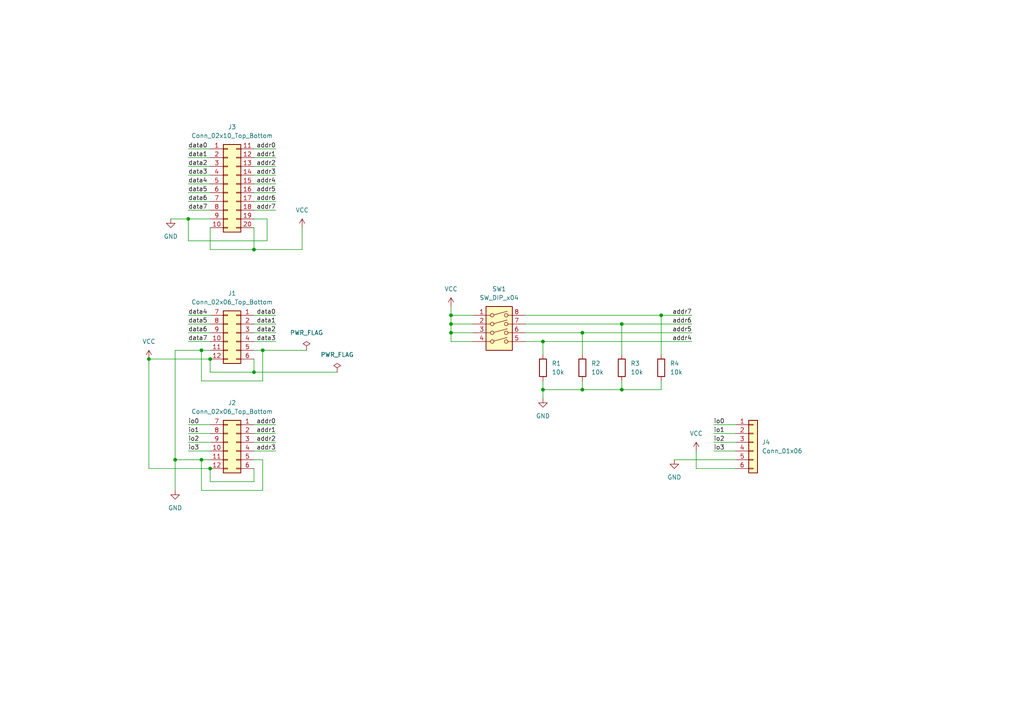
<source format=kicad_sch>
(kicad_sch (version 20211123) (generator eeschema)

  (uuid e63e39d7-6ac0-4ffd-8aa3-1841a4541b55)

  (paper "A4")

  (lib_symbols
    (symbol "Connector_Generic:Conn_01x06" (pin_names (offset 1.016) hide) (in_bom yes) (on_board yes)
      (property "Reference" "J" (id 0) (at 0 7.62 0)
        (effects (font (size 1.27 1.27)))
      )
      (property "Value" "Conn_01x06" (id 1) (at 0 -10.16 0)
        (effects (font (size 1.27 1.27)))
      )
      (property "Footprint" "" (id 2) (at 0 0 0)
        (effects (font (size 1.27 1.27)) hide)
      )
      (property "Datasheet" "~" (id 3) (at 0 0 0)
        (effects (font (size 1.27 1.27)) hide)
      )
      (property "ki_keywords" "connector" (id 4) (at 0 0 0)
        (effects (font (size 1.27 1.27)) hide)
      )
      (property "ki_description" "Generic connector, single row, 01x06, script generated (kicad-library-utils/schlib/autogen/connector/)" (id 5) (at 0 0 0)
        (effects (font (size 1.27 1.27)) hide)
      )
      (property "ki_fp_filters" "Connector*:*_1x??_*" (id 6) (at 0 0 0)
        (effects (font (size 1.27 1.27)) hide)
      )
      (symbol "Conn_01x06_1_1"
        (rectangle (start -1.27 -7.493) (end 0 -7.747)
          (stroke (width 0.1524) (type default) (color 0 0 0 0))
          (fill (type none))
        )
        (rectangle (start -1.27 -4.953) (end 0 -5.207)
          (stroke (width 0.1524) (type default) (color 0 0 0 0))
          (fill (type none))
        )
        (rectangle (start -1.27 -2.413) (end 0 -2.667)
          (stroke (width 0.1524) (type default) (color 0 0 0 0))
          (fill (type none))
        )
        (rectangle (start -1.27 0.127) (end 0 -0.127)
          (stroke (width 0.1524) (type default) (color 0 0 0 0))
          (fill (type none))
        )
        (rectangle (start -1.27 2.667) (end 0 2.413)
          (stroke (width 0.1524) (type default) (color 0 0 0 0))
          (fill (type none))
        )
        (rectangle (start -1.27 5.207) (end 0 4.953)
          (stroke (width 0.1524) (type default) (color 0 0 0 0))
          (fill (type none))
        )
        (rectangle (start -1.27 6.35) (end 1.27 -8.89)
          (stroke (width 0.254) (type default) (color 0 0 0 0))
          (fill (type background))
        )
        (pin passive line (at -5.08 5.08 0) (length 3.81)
          (name "Pin_1" (effects (font (size 1.27 1.27))))
          (number "1" (effects (font (size 1.27 1.27))))
        )
        (pin passive line (at -5.08 2.54 0) (length 3.81)
          (name "Pin_2" (effects (font (size 1.27 1.27))))
          (number "2" (effects (font (size 1.27 1.27))))
        )
        (pin passive line (at -5.08 0 0) (length 3.81)
          (name "Pin_3" (effects (font (size 1.27 1.27))))
          (number "3" (effects (font (size 1.27 1.27))))
        )
        (pin passive line (at -5.08 -2.54 0) (length 3.81)
          (name "Pin_4" (effects (font (size 1.27 1.27))))
          (number "4" (effects (font (size 1.27 1.27))))
        )
        (pin passive line (at -5.08 -5.08 0) (length 3.81)
          (name "Pin_5" (effects (font (size 1.27 1.27))))
          (number "5" (effects (font (size 1.27 1.27))))
        )
        (pin passive line (at -5.08 -7.62 0) (length 3.81)
          (name "Pin_6" (effects (font (size 1.27 1.27))))
          (number "6" (effects (font (size 1.27 1.27))))
        )
      )
    )
    (symbol "Connector_Generic:Conn_02x06_Top_Bottom" (pin_names (offset 1.016) hide) (in_bom yes) (on_board yes)
      (property "Reference" "J" (id 0) (at 1.27 7.62 0)
        (effects (font (size 1.27 1.27)))
      )
      (property "Value" "Conn_02x06_Top_Bottom" (id 1) (at 1.27 -10.16 0)
        (effects (font (size 1.27 1.27)))
      )
      (property "Footprint" "" (id 2) (at 0 0 0)
        (effects (font (size 1.27 1.27)) hide)
      )
      (property "Datasheet" "~" (id 3) (at 0 0 0)
        (effects (font (size 1.27 1.27)) hide)
      )
      (property "ki_keywords" "connector" (id 4) (at 0 0 0)
        (effects (font (size 1.27 1.27)) hide)
      )
      (property "ki_description" "Generic connector, double row, 02x06, top/bottom pin numbering scheme (row 1: 1...pins_per_row, row2: pins_per_row+1 ... num_pins), script generated (kicad-library-utils/schlib/autogen/connector/)" (id 5) (at 0 0 0)
        (effects (font (size 1.27 1.27)) hide)
      )
      (property "ki_fp_filters" "Connector*:*_2x??_*" (id 6) (at 0 0 0)
        (effects (font (size 1.27 1.27)) hide)
      )
      (symbol "Conn_02x06_Top_Bottom_1_1"
        (rectangle (start -1.27 -7.493) (end 0 -7.747)
          (stroke (width 0.1524) (type default) (color 0 0 0 0))
          (fill (type none))
        )
        (rectangle (start -1.27 -4.953) (end 0 -5.207)
          (stroke (width 0.1524) (type default) (color 0 0 0 0))
          (fill (type none))
        )
        (rectangle (start -1.27 -2.413) (end 0 -2.667)
          (stroke (width 0.1524) (type default) (color 0 0 0 0))
          (fill (type none))
        )
        (rectangle (start -1.27 0.127) (end 0 -0.127)
          (stroke (width 0.1524) (type default) (color 0 0 0 0))
          (fill (type none))
        )
        (rectangle (start -1.27 2.667) (end 0 2.413)
          (stroke (width 0.1524) (type default) (color 0 0 0 0))
          (fill (type none))
        )
        (rectangle (start -1.27 5.207) (end 0 4.953)
          (stroke (width 0.1524) (type default) (color 0 0 0 0))
          (fill (type none))
        )
        (rectangle (start -1.27 6.35) (end 3.81 -8.89)
          (stroke (width 0.254) (type default) (color 0 0 0 0))
          (fill (type background))
        )
        (rectangle (start 3.81 -7.493) (end 2.54 -7.747)
          (stroke (width 0.1524) (type default) (color 0 0 0 0))
          (fill (type none))
        )
        (rectangle (start 3.81 -4.953) (end 2.54 -5.207)
          (stroke (width 0.1524) (type default) (color 0 0 0 0))
          (fill (type none))
        )
        (rectangle (start 3.81 -2.413) (end 2.54 -2.667)
          (stroke (width 0.1524) (type default) (color 0 0 0 0))
          (fill (type none))
        )
        (rectangle (start 3.81 0.127) (end 2.54 -0.127)
          (stroke (width 0.1524) (type default) (color 0 0 0 0))
          (fill (type none))
        )
        (rectangle (start 3.81 2.667) (end 2.54 2.413)
          (stroke (width 0.1524) (type default) (color 0 0 0 0))
          (fill (type none))
        )
        (rectangle (start 3.81 5.207) (end 2.54 4.953)
          (stroke (width 0.1524) (type default) (color 0 0 0 0))
          (fill (type none))
        )
        (pin passive line (at -5.08 5.08 0) (length 3.81)
          (name "Pin_1" (effects (font (size 1.27 1.27))))
          (number "1" (effects (font (size 1.27 1.27))))
        )
        (pin passive line (at 7.62 -2.54 180) (length 3.81)
          (name "Pin_10" (effects (font (size 1.27 1.27))))
          (number "10" (effects (font (size 1.27 1.27))))
        )
        (pin passive line (at 7.62 -5.08 180) (length 3.81)
          (name "Pin_11" (effects (font (size 1.27 1.27))))
          (number "11" (effects (font (size 1.27 1.27))))
        )
        (pin passive line (at 7.62 -7.62 180) (length 3.81)
          (name "Pin_12" (effects (font (size 1.27 1.27))))
          (number "12" (effects (font (size 1.27 1.27))))
        )
        (pin passive line (at -5.08 2.54 0) (length 3.81)
          (name "Pin_2" (effects (font (size 1.27 1.27))))
          (number "2" (effects (font (size 1.27 1.27))))
        )
        (pin passive line (at -5.08 0 0) (length 3.81)
          (name "Pin_3" (effects (font (size 1.27 1.27))))
          (number "3" (effects (font (size 1.27 1.27))))
        )
        (pin passive line (at -5.08 -2.54 0) (length 3.81)
          (name "Pin_4" (effects (font (size 1.27 1.27))))
          (number "4" (effects (font (size 1.27 1.27))))
        )
        (pin passive line (at -5.08 -5.08 0) (length 3.81)
          (name "Pin_5" (effects (font (size 1.27 1.27))))
          (number "5" (effects (font (size 1.27 1.27))))
        )
        (pin passive line (at -5.08 -7.62 0) (length 3.81)
          (name "Pin_6" (effects (font (size 1.27 1.27))))
          (number "6" (effects (font (size 1.27 1.27))))
        )
        (pin passive line (at 7.62 5.08 180) (length 3.81)
          (name "Pin_7" (effects (font (size 1.27 1.27))))
          (number "7" (effects (font (size 1.27 1.27))))
        )
        (pin passive line (at 7.62 2.54 180) (length 3.81)
          (name "Pin_8" (effects (font (size 1.27 1.27))))
          (number "8" (effects (font (size 1.27 1.27))))
        )
        (pin passive line (at 7.62 0 180) (length 3.81)
          (name "Pin_9" (effects (font (size 1.27 1.27))))
          (number "9" (effects (font (size 1.27 1.27))))
        )
      )
    )
    (symbol "Connector_Generic:Conn_02x10_Top_Bottom" (pin_names (offset 1.016) hide) (in_bom yes) (on_board yes)
      (property "Reference" "J" (id 0) (at 1.27 12.7 0)
        (effects (font (size 1.27 1.27)))
      )
      (property "Value" "Conn_02x10_Top_Bottom" (id 1) (at 1.27 -15.24 0)
        (effects (font (size 1.27 1.27)))
      )
      (property "Footprint" "" (id 2) (at 0 0 0)
        (effects (font (size 1.27 1.27)) hide)
      )
      (property "Datasheet" "~" (id 3) (at 0 0 0)
        (effects (font (size 1.27 1.27)) hide)
      )
      (property "ki_keywords" "connector" (id 4) (at 0 0 0)
        (effects (font (size 1.27 1.27)) hide)
      )
      (property "ki_description" "Generic connector, double row, 02x10, top/bottom pin numbering scheme (row 1: 1...pins_per_row, row2: pins_per_row+1 ... num_pins), script generated (kicad-library-utils/schlib/autogen/connector/)" (id 5) (at 0 0 0)
        (effects (font (size 1.27 1.27)) hide)
      )
      (property "ki_fp_filters" "Connector*:*_2x??_*" (id 6) (at 0 0 0)
        (effects (font (size 1.27 1.27)) hide)
      )
      (symbol "Conn_02x10_Top_Bottom_1_1"
        (rectangle (start -1.27 -12.573) (end 0 -12.827)
          (stroke (width 0.1524) (type default) (color 0 0 0 0))
          (fill (type none))
        )
        (rectangle (start -1.27 -10.033) (end 0 -10.287)
          (stroke (width 0.1524) (type default) (color 0 0 0 0))
          (fill (type none))
        )
        (rectangle (start -1.27 -7.493) (end 0 -7.747)
          (stroke (width 0.1524) (type default) (color 0 0 0 0))
          (fill (type none))
        )
        (rectangle (start -1.27 -4.953) (end 0 -5.207)
          (stroke (width 0.1524) (type default) (color 0 0 0 0))
          (fill (type none))
        )
        (rectangle (start -1.27 -2.413) (end 0 -2.667)
          (stroke (width 0.1524) (type default) (color 0 0 0 0))
          (fill (type none))
        )
        (rectangle (start -1.27 0.127) (end 0 -0.127)
          (stroke (width 0.1524) (type default) (color 0 0 0 0))
          (fill (type none))
        )
        (rectangle (start -1.27 2.667) (end 0 2.413)
          (stroke (width 0.1524) (type default) (color 0 0 0 0))
          (fill (type none))
        )
        (rectangle (start -1.27 5.207) (end 0 4.953)
          (stroke (width 0.1524) (type default) (color 0 0 0 0))
          (fill (type none))
        )
        (rectangle (start -1.27 7.747) (end 0 7.493)
          (stroke (width 0.1524) (type default) (color 0 0 0 0))
          (fill (type none))
        )
        (rectangle (start -1.27 10.287) (end 0 10.033)
          (stroke (width 0.1524) (type default) (color 0 0 0 0))
          (fill (type none))
        )
        (rectangle (start -1.27 11.43) (end 3.81 -13.97)
          (stroke (width 0.254) (type default) (color 0 0 0 0))
          (fill (type background))
        )
        (rectangle (start 3.81 -12.573) (end 2.54 -12.827)
          (stroke (width 0.1524) (type default) (color 0 0 0 0))
          (fill (type none))
        )
        (rectangle (start 3.81 -10.033) (end 2.54 -10.287)
          (stroke (width 0.1524) (type default) (color 0 0 0 0))
          (fill (type none))
        )
        (rectangle (start 3.81 -7.493) (end 2.54 -7.747)
          (stroke (width 0.1524) (type default) (color 0 0 0 0))
          (fill (type none))
        )
        (rectangle (start 3.81 -4.953) (end 2.54 -5.207)
          (stroke (width 0.1524) (type default) (color 0 0 0 0))
          (fill (type none))
        )
        (rectangle (start 3.81 -2.413) (end 2.54 -2.667)
          (stroke (width 0.1524) (type default) (color 0 0 0 0))
          (fill (type none))
        )
        (rectangle (start 3.81 0.127) (end 2.54 -0.127)
          (stroke (width 0.1524) (type default) (color 0 0 0 0))
          (fill (type none))
        )
        (rectangle (start 3.81 2.667) (end 2.54 2.413)
          (stroke (width 0.1524) (type default) (color 0 0 0 0))
          (fill (type none))
        )
        (rectangle (start 3.81 5.207) (end 2.54 4.953)
          (stroke (width 0.1524) (type default) (color 0 0 0 0))
          (fill (type none))
        )
        (rectangle (start 3.81 7.747) (end 2.54 7.493)
          (stroke (width 0.1524) (type default) (color 0 0 0 0))
          (fill (type none))
        )
        (rectangle (start 3.81 10.287) (end 2.54 10.033)
          (stroke (width 0.1524) (type default) (color 0 0 0 0))
          (fill (type none))
        )
        (pin passive line (at -5.08 10.16 0) (length 3.81)
          (name "Pin_1" (effects (font (size 1.27 1.27))))
          (number "1" (effects (font (size 1.27 1.27))))
        )
        (pin passive line (at -5.08 -12.7 0) (length 3.81)
          (name "Pin_10" (effects (font (size 1.27 1.27))))
          (number "10" (effects (font (size 1.27 1.27))))
        )
        (pin passive line (at 7.62 10.16 180) (length 3.81)
          (name "Pin_11" (effects (font (size 1.27 1.27))))
          (number "11" (effects (font (size 1.27 1.27))))
        )
        (pin passive line (at 7.62 7.62 180) (length 3.81)
          (name "Pin_12" (effects (font (size 1.27 1.27))))
          (number "12" (effects (font (size 1.27 1.27))))
        )
        (pin passive line (at 7.62 5.08 180) (length 3.81)
          (name "Pin_13" (effects (font (size 1.27 1.27))))
          (number "13" (effects (font (size 1.27 1.27))))
        )
        (pin passive line (at 7.62 2.54 180) (length 3.81)
          (name "Pin_14" (effects (font (size 1.27 1.27))))
          (number "14" (effects (font (size 1.27 1.27))))
        )
        (pin passive line (at 7.62 0 180) (length 3.81)
          (name "Pin_15" (effects (font (size 1.27 1.27))))
          (number "15" (effects (font (size 1.27 1.27))))
        )
        (pin passive line (at 7.62 -2.54 180) (length 3.81)
          (name "Pin_16" (effects (font (size 1.27 1.27))))
          (number "16" (effects (font (size 1.27 1.27))))
        )
        (pin passive line (at 7.62 -5.08 180) (length 3.81)
          (name "Pin_17" (effects (font (size 1.27 1.27))))
          (number "17" (effects (font (size 1.27 1.27))))
        )
        (pin passive line (at 7.62 -7.62 180) (length 3.81)
          (name "Pin_18" (effects (font (size 1.27 1.27))))
          (number "18" (effects (font (size 1.27 1.27))))
        )
        (pin passive line (at 7.62 -10.16 180) (length 3.81)
          (name "Pin_19" (effects (font (size 1.27 1.27))))
          (number "19" (effects (font (size 1.27 1.27))))
        )
        (pin passive line (at -5.08 7.62 0) (length 3.81)
          (name "Pin_2" (effects (font (size 1.27 1.27))))
          (number "2" (effects (font (size 1.27 1.27))))
        )
        (pin passive line (at 7.62 -12.7 180) (length 3.81)
          (name "Pin_20" (effects (font (size 1.27 1.27))))
          (number "20" (effects (font (size 1.27 1.27))))
        )
        (pin passive line (at -5.08 5.08 0) (length 3.81)
          (name "Pin_3" (effects (font (size 1.27 1.27))))
          (number "3" (effects (font (size 1.27 1.27))))
        )
        (pin passive line (at -5.08 2.54 0) (length 3.81)
          (name "Pin_4" (effects (font (size 1.27 1.27))))
          (number "4" (effects (font (size 1.27 1.27))))
        )
        (pin passive line (at -5.08 0 0) (length 3.81)
          (name "Pin_5" (effects (font (size 1.27 1.27))))
          (number "5" (effects (font (size 1.27 1.27))))
        )
        (pin passive line (at -5.08 -2.54 0) (length 3.81)
          (name "Pin_6" (effects (font (size 1.27 1.27))))
          (number "6" (effects (font (size 1.27 1.27))))
        )
        (pin passive line (at -5.08 -5.08 0) (length 3.81)
          (name "Pin_7" (effects (font (size 1.27 1.27))))
          (number "7" (effects (font (size 1.27 1.27))))
        )
        (pin passive line (at -5.08 -7.62 0) (length 3.81)
          (name "Pin_8" (effects (font (size 1.27 1.27))))
          (number "8" (effects (font (size 1.27 1.27))))
        )
        (pin passive line (at -5.08 -10.16 0) (length 3.81)
          (name "Pin_9" (effects (font (size 1.27 1.27))))
          (number "9" (effects (font (size 1.27 1.27))))
        )
      )
    )
    (symbol "Device:R" (pin_numbers hide) (pin_names (offset 0)) (in_bom yes) (on_board yes)
      (property "Reference" "R" (id 0) (at 2.032 0 90)
        (effects (font (size 1.27 1.27)))
      )
      (property "Value" "R" (id 1) (at 0 0 90)
        (effects (font (size 1.27 1.27)))
      )
      (property "Footprint" "" (id 2) (at -1.778 0 90)
        (effects (font (size 1.27 1.27)) hide)
      )
      (property "Datasheet" "~" (id 3) (at 0 0 0)
        (effects (font (size 1.27 1.27)) hide)
      )
      (property "ki_keywords" "R res resistor" (id 4) (at 0 0 0)
        (effects (font (size 1.27 1.27)) hide)
      )
      (property "ki_description" "Resistor" (id 5) (at 0 0 0)
        (effects (font (size 1.27 1.27)) hide)
      )
      (property "ki_fp_filters" "R_*" (id 6) (at 0 0 0)
        (effects (font (size 1.27 1.27)) hide)
      )
      (symbol "R_0_1"
        (rectangle (start -1.016 -2.54) (end 1.016 2.54)
          (stroke (width 0.254) (type default) (color 0 0 0 0))
          (fill (type none))
        )
      )
      (symbol "R_1_1"
        (pin passive line (at 0 3.81 270) (length 1.27)
          (name "~" (effects (font (size 1.27 1.27))))
          (number "1" (effects (font (size 1.27 1.27))))
        )
        (pin passive line (at 0 -3.81 90) (length 1.27)
          (name "~" (effects (font (size 1.27 1.27))))
          (number "2" (effects (font (size 1.27 1.27))))
        )
      )
    )
    (symbol "Switch:SW_DIP_x04" (pin_names (offset 0) hide) (in_bom yes) (on_board yes)
      (property "Reference" "SW" (id 0) (at 0 8.89 0)
        (effects (font (size 1.27 1.27)))
      )
      (property "Value" "SW_DIP_x04" (id 1) (at 0 -6.35 0)
        (effects (font (size 1.27 1.27)))
      )
      (property "Footprint" "" (id 2) (at 0 0 0)
        (effects (font (size 1.27 1.27)) hide)
      )
      (property "Datasheet" "~" (id 3) (at 0 0 0)
        (effects (font (size 1.27 1.27)) hide)
      )
      (property "ki_keywords" "dip switch" (id 4) (at 0 0 0)
        (effects (font (size 1.27 1.27)) hide)
      )
      (property "ki_description" "4x DIP Switch, Single Pole Single Throw (SPST) switch, small symbol" (id 5) (at 0 0 0)
        (effects (font (size 1.27 1.27)) hide)
      )
      (property "ki_fp_filters" "SW?DIP?x4*" (id 6) (at 0 0 0)
        (effects (font (size 1.27 1.27)) hide)
      )
      (symbol "SW_DIP_x04_0_0"
        (circle (center -2.032 -2.54) (radius 0.508)
          (stroke (width 0) (type default) (color 0 0 0 0))
          (fill (type none))
        )
        (circle (center -2.032 0) (radius 0.508)
          (stroke (width 0) (type default) (color 0 0 0 0))
          (fill (type none))
        )
        (circle (center -2.032 2.54) (radius 0.508)
          (stroke (width 0) (type default) (color 0 0 0 0))
          (fill (type none))
        )
        (circle (center -2.032 5.08) (radius 0.508)
          (stroke (width 0) (type default) (color 0 0 0 0))
          (fill (type none))
        )
        (polyline
          (pts
            (xy -1.524 -2.3876)
            (xy 2.3622 -1.3462)
          )
          (stroke (width 0) (type default) (color 0 0 0 0))
          (fill (type none))
        )
        (polyline
          (pts
            (xy -1.524 0.127)
            (xy 2.3622 1.1684)
          )
          (stroke (width 0) (type default) (color 0 0 0 0))
          (fill (type none))
        )
        (polyline
          (pts
            (xy -1.524 2.667)
            (xy 2.3622 3.7084)
          )
          (stroke (width 0) (type default) (color 0 0 0 0))
          (fill (type none))
        )
        (polyline
          (pts
            (xy -1.524 5.207)
            (xy 2.3622 6.2484)
          )
          (stroke (width 0) (type default) (color 0 0 0 0))
          (fill (type none))
        )
        (circle (center 2.032 -2.54) (radius 0.508)
          (stroke (width 0) (type default) (color 0 0 0 0))
          (fill (type none))
        )
        (circle (center 2.032 0) (radius 0.508)
          (stroke (width 0) (type default) (color 0 0 0 0))
          (fill (type none))
        )
        (circle (center 2.032 2.54) (radius 0.508)
          (stroke (width 0) (type default) (color 0 0 0 0))
          (fill (type none))
        )
        (circle (center 2.032 5.08) (radius 0.508)
          (stroke (width 0) (type default) (color 0 0 0 0))
          (fill (type none))
        )
      )
      (symbol "SW_DIP_x04_0_1"
        (rectangle (start -3.81 7.62) (end 3.81 -5.08)
          (stroke (width 0.254) (type default) (color 0 0 0 0))
          (fill (type background))
        )
      )
      (symbol "SW_DIP_x04_1_1"
        (pin passive line (at -7.62 5.08 0) (length 5.08)
          (name "~" (effects (font (size 1.27 1.27))))
          (number "1" (effects (font (size 1.27 1.27))))
        )
        (pin passive line (at -7.62 2.54 0) (length 5.08)
          (name "~" (effects (font (size 1.27 1.27))))
          (number "2" (effects (font (size 1.27 1.27))))
        )
        (pin passive line (at -7.62 0 0) (length 5.08)
          (name "~" (effects (font (size 1.27 1.27))))
          (number "3" (effects (font (size 1.27 1.27))))
        )
        (pin passive line (at -7.62 -2.54 0) (length 5.08)
          (name "~" (effects (font (size 1.27 1.27))))
          (number "4" (effects (font (size 1.27 1.27))))
        )
        (pin passive line (at 7.62 -2.54 180) (length 5.08)
          (name "~" (effects (font (size 1.27 1.27))))
          (number "5" (effects (font (size 1.27 1.27))))
        )
        (pin passive line (at 7.62 0 180) (length 5.08)
          (name "~" (effects (font (size 1.27 1.27))))
          (number "6" (effects (font (size 1.27 1.27))))
        )
        (pin passive line (at 7.62 2.54 180) (length 5.08)
          (name "~" (effects (font (size 1.27 1.27))))
          (number "7" (effects (font (size 1.27 1.27))))
        )
        (pin passive line (at 7.62 5.08 180) (length 5.08)
          (name "~" (effects (font (size 1.27 1.27))))
          (number "8" (effects (font (size 1.27 1.27))))
        )
      )
    )
    (symbol "power:GND" (power) (pin_names (offset 0)) (in_bom yes) (on_board yes)
      (property "Reference" "#PWR" (id 0) (at 0 -6.35 0)
        (effects (font (size 1.27 1.27)) hide)
      )
      (property "Value" "GND" (id 1) (at 0 -3.81 0)
        (effects (font (size 1.27 1.27)))
      )
      (property "Footprint" "" (id 2) (at 0 0 0)
        (effects (font (size 1.27 1.27)) hide)
      )
      (property "Datasheet" "" (id 3) (at 0 0 0)
        (effects (font (size 1.27 1.27)) hide)
      )
      (property "ki_keywords" "power-flag" (id 4) (at 0 0 0)
        (effects (font (size 1.27 1.27)) hide)
      )
      (property "ki_description" "Power symbol creates a global label with name \"GND\" , ground" (id 5) (at 0 0 0)
        (effects (font (size 1.27 1.27)) hide)
      )
      (symbol "GND_0_1"
        (polyline
          (pts
            (xy 0 0)
            (xy 0 -1.27)
            (xy 1.27 -1.27)
            (xy 0 -2.54)
            (xy -1.27 -1.27)
            (xy 0 -1.27)
          )
          (stroke (width 0) (type default) (color 0 0 0 0))
          (fill (type none))
        )
      )
      (symbol "GND_1_1"
        (pin power_in line (at 0 0 270) (length 0) hide
          (name "GND" (effects (font (size 1.27 1.27))))
          (number "1" (effects (font (size 1.27 1.27))))
        )
      )
    )
    (symbol "power:PWR_FLAG" (power) (pin_numbers hide) (pin_names (offset 0) hide) (in_bom yes) (on_board yes)
      (property "Reference" "#FLG" (id 0) (at 0 1.905 0)
        (effects (font (size 1.27 1.27)) hide)
      )
      (property "Value" "PWR_FLAG" (id 1) (at 0 3.81 0)
        (effects (font (size 1.27 1.27)))
      )
      (property "Footprint" "" (id 2) (at 0 0 0)
        (effects (font (size 1.27 1.27)) hide)
      )
      (property "Datasheet" "~" (id 3) (at 0 0 0)
        (effects (font (size 1.27 1.27)) hide)
      )
      (property "ki_keywords" "power-flag" (id 4) (at 0 0 0)
        (effects (font (size 1.27 1.27)) hide)
      )
      (property "ki_description" "Special symbol for telling ERC where power comes from" (id 5) (at 0 0 0)
        (effects (font (size 1.27 1.27)) hide)
      )
      (symbol "PWR_FLAG_0_0"
        (pin power_out line (at 0 0 90) (length 0)
          (name "pwr" (effects (font (size 1.27 1.27))))
          (number "1" (effects (font (size 1.27 1.27))))
        )
      )
      (symbol "PWR_FLAG_0_1"
        (polyline
          (pts
            (xy 0 0)
            (xy 0 1.27)
            (xy -1.016 1.905)
            (xy 0 2.54)
            (xy 1.016 1.905)
            (xy 0 1.27)
          )
          (stroke (width 0) (type default) (color 0 0 0 0))
          (fill (type none))
        )
      )
    )
    (symbol "power:VCC" (power) (pin_names (offset 0)) (in_bom yes) (on_board yes)
      (property "Reference" "#PWR" (id 0) (at 0 -3.81 0)
        (effects (font (size 1.27 1.27)) hide)
      )
      (property "Value" "VCC" (id 1) (at 0 3.81 0)
        (effects (font (size 1.27 1.27)))
      )
      (property "Footprint" "" (id 2) (at 0 0 0)
        (effects (font (size 1.27 1.27)) hide)
      )
      (property "Datasheet" "" (id 3) (at 0 0 0)
        (effects (font (size 1.27 1.27)) hide)
      )
      (property "ki_keywords" "power-flag" (id 4) (at 0 0 0)
        (effects (font (size 1.27 1.27)) hide)
      )
      (property "ki_description" "Power symbol creates a global label with name \"VCC\"" (id 5) (at 0 0 0)
        (effects (font (size 1.27 1.27)) hide)
      )
      (symbol "VCC_0_1"
        (polyline
          (pts
            (xy -0.762 1.27)
            (xy 0 2.54)
          )
          (stroke (width 0) (type default) (color 0 0 0 0))
          (fill (type none))
        )
        (polyline
          (pts
            (xy 0 0)
            (xy 0 2.54)
          )
          (stroke (width 0) (type default) (color 0 0 0 0))
          (fill (type none))
        )
        (polyline
          (pts
            (xy 0 2.54)
            (xy 0.762 1.27)
          )
          (stroke (width 0) (type default) (color 0 0 0 0))
          (fill (type none))
        )
      )
      (symbol "VCC_1_1"
        (pin power_in line (at 0 0 90) (length 0) hide
          (name "VCC" (effects (font (size 1.27 1.27))))
          (number "1" (effects (font (size 1.27 1.27))))
        )
      )
    )
  )

  (junction (at 60.96 104.14) (diameter 0) (color 0 0 0 0)
    (uuid 005ca83f-6d02-42a9-b2ed-ec9ac12507b3)
  )
  (junction (at 130.81 96.52) (diameter 0) (color 0 0 0 0)
    (uuid 23edb3a2-2d08-4485-b611-b410514de126)
  )
  (junction (at 60.96 135.89) (diameter 0) (color 0 0 0 0)
    (uuid 2f7bcf57-a646-4a1a-9aac-ec3520991d69)
  )
  (junction (at 58.42 101.6) (diameter 0) (color 0 0 0 0)
    (uuid 4371906a-9ae2-4865-b094-38b5fce6bf68)
  )
  (junction (at 50.8 133.35) (diameter 0) (color 0 0 0 0)
    (uuid 5663f4e6-7736-41d8-94d8-3b53c4a88e65)
  )
  (junction (at 54.61 63.5) (diameter 0) (color 0 0 0 0)
    (uuid 62df84d3-d6e8-4be9-a0b1-7b273466b698)
  )
  (junction (at 76.2 101.6) (diameter 0) (color 0 0 0 0)
    (uuid 737e727c-5d8a-45c2-a7bd-4f6bf7fa361a)
  )
  (junction (at 168.91 96.52) (diameter 0) (color 0 0 0 0)
    (uuid 776e66a8-e591-44d1-90bc-eb44b994f088)
  )
  (junction (at 157.48 113.03) (diameter 0) (color 0 0 0 0)
    (uuid 7e18ac52-a131-4062-aef6-5ecb1f2a958b)
  )
  (junction (at 73.66 107.95) (diameter 0) (color 0 0 0 0)
    (uuid 8299a198-46bb-4cf1-b360-f5ebb46e40f8)
  )
  (junction (at 130.81 91.44) (diameter 0) (color 0 0 0 0)
    (uuid 93e25406-e15b-409a-8a3b-26e767049f9d)
  )
  (junction (at 130.81 93.98) (diameter 0) (color 0 0 0 0)
    (uuid a2339edd-2e2c-476d-9c1f-5e2008a41025)
  )
  (junction (at 168.91 113.03) (diameter 0) (color 0 0 0 0)
    (uuid a79c1d38-64a3-45f9-8914-483eb10099cb)
  )
  (junction (at 43.18 104.14) (diameter 0) (color 0 0 0 0)
    (uuid b6070c0e-7e73-4595-93dc-49c322f5b232)
  )
  (junction (at 58.42 133.35) (diameter 0) (color 0 0 0 0)
    (uuid b97fd0b2-cca4-478b-8fd7-1676e2bcd355)
  )
  (junction (at 157.48 99.06) (diameter 0) (color 0 0 0 0)
    (uuid df1a4d72-9834-4e7e-8458-504893047af9)
  )
  (junction (at 73.66 72.39) (diameter 0) (color 0 0 0 0)
    (uuid e4aeed4d-9f68-40be-a729-5a5067b63aa9)
  )
  (junction (at 191.77 91.44) (diameter 0) (color 0 0 0 0)
    (uuid f051cbc5-e7d7-4335-a1bb-0eeb45bc88a8)
  )
  (junction (at 180.34 113.03) (diameter 0) (color 0 0 0 0)
    (uuid f9e58e4b-3a2a-44d4-8387-8ad21106302f)
  )
  (junction (at 180.34 93.98) (diameter 0) (color 0 0 0 0)
    (uuid fbf5d368-584d-48e0-99db-d16acdb2f83d)
  )

  (wire (pts (xy 207.01 128.27) (xy 213.36 128.27))
    (stroke (width 0) (type default) (color 0 0 0 0))
    (uuid 01853554-0b48-41f1-b7a6-006d02fe0a2d)
  )
  (wire (pts (xy 152.4 91.44) (xy 191.77 91.44))
    (stroke (width 0) (type default) (color 0 0 0 0))
    (uuid 03f79986-92c2-410c-8aa8-dbaeb54e0394)
  )
  (wire (pts (xy 54.61 123.19) (xy 60.96 123.19))
    (stroke (width 0) (type default) (color 0 0 0 0))
    (uuid 0471f253-a72b-4ea7-b6f0-5ec6d893951b)
  )
  (wire (pts (xy 130.81 88.9) (xy 130.81 91.44))
    (stroke (width 0) (type default) (color 0 0 0 0))
    (uuid 04b59968-7a05-4d69-bb25-b546d73a2e96)
  )
  (wire (pts (xy 73.66 55.88) (xy 80.01 55.88))
    (stroke (width 0) (type default) (color 0 0 0 0))
    (uuid 0554779d-8a3f-4703-963a-3a6d1e0fe767)
  )
  (wire (pts (xy 54.61 96.52) (xy 60.96 96.52))
    (stroke (width 0) (type default) (color 0 0 0 0))
    (uuid 067063ef-affc-4d22-8463-eb3e4abccdc8)
  )
  (wire (pts (xy 54.61 63.5) (xy 60.96 63.5))
    (stroke (width 0) (type default) (color 0 0 0 0))
    (uuid 06dfd5f2-01ef-435d-8e30-6cfe8de1dac2)
  )
  (wire (pts (xy 191.77 113.03) (xy 191.77 110.49))
    (stroke (width 0) (type default) (color 0 0 0 0))
    (uuid 074ab570-0127-4286-ab58-a4420a2c39ad)
  )
  (wire (pts (xy 73.66 123.19) (xy 80.01 123.19))
    (stroke (width 0) (type default) (color 0 0 0 0))
    (uuid 09e82824-8254-4c42-b691-7ddfec98b028)
  )
  (wire (pts (xy 130.81 96.52) (xy 137.16 96.52))
    (stroke (width 0) (type default) (color 0 0 0 0))
    (uuid 0c922188-5bf1-4230-b776-cf951d7a58b3)
  )
  (wire (pts (xy 54.61 45.72) (xy 60.96 45.72))
    (stroke (width 0) (type default) (color 0 0 0 0))
    (uuid 0cff1ee7-62df-438b-b62e-a05c37ec7ccd)
  )
  (wire (pts (xy 201.93 135.89) (xy 213.36 135.89))
    (stroke (width 0) (type default) (color 0 0 0 0))
    (uuid 0d27f3a4-0b5e-4a4c-bbb1-06c415f1aa4a)
  )
  (wire (pts (xy 77.47 63.5) (xy 77.47 69.85))
    (stroke (width 0) (type default) (color 0 0 0 0))
    (uuid 0e0c4b92-4614-4ace-962a-0ad94374fcfa)
  )
  (wire (pts (xy 54.61 91.44) (xy 60.96 91.44))
    (stroke (width 0) (type default) (color 0 0 0 0))
    (uuid 0fdc7ebb-4b15-4947-a92f-73b17a1787e1)
  )
  (wire (pts (xy 168.91 113.03) (xy 180.34 113.03))
    (stroke (width 0) (type default) (color 0 0 0 0))
    (uuid 10bec611-1462-4c74-b89a-700b797a2aaa)
  )
  (wire (pts (xy 54.61 55.88) (xy 60.96 55.88))
    (stroke (width 0) (type default) (color 0 0 0 0))
    (uuid 1120b9a4-1792-4e3f-b508-4c4dbe9c139c)
  )
  (wire (pts (xy 60.96 66.04) (xy 60.96 72.39))
    (stroke (width 0) (type default) (color 0 0 0 0))
    (uuid 139fc78f-7953-4c32-87d3-803a85f2f4c9)
  )
  (wire (pts (xy 60.96 72.39) (xy 73.66 72.39))
    (stroke (width 0) (type default) (color 0 0 0 0))
    (uuid 156f1528-71bf-4e45-a30f-3d3e2fc3c23d)
  )
  (wire (pts (xy 191.77 91.44) (xy 200.66 91.44))
    (stroke (width 0) (type default) (color 0 0 0 0))
    (uuid 19d35ef4-3b52-4a9e-8da9-9b9335c028f7)
  )
  (wire (pts (xy 73.66 53.34) (xy 80.01 53.34))
    (stroke (width 0) (type default) (color 0 0 0 0))
    (uuid 1ba0590e-ba3c-4005-974a-30d5fd97aa43)
  )
  (wire (pts (xy 130.81 91.44) (xy 137.16 91.44))
    (stroke (width 0) (type default) (color 0 0 0 0))
    (uuid 2026c058-7d9c-4384-bdc3-c0609ed4edb5)
  )
  (wire (pts (xy 157.48 110.49) (xy 157.48 113.03))
    (stroke (width 0) (type default) (color 0 0 0 0))
    (uuid 22bb80a9-9b83-4977-bd15-1389fa1e8a6a)
  )
  (wire (pts (xy 168.91 110.49) (xy 168.91 113.03))
    (stroke (width 0) (type default) (color 0 0 0 0))
    (uuid 2642c5f2-7741-483e-9f4a-2e77fda6687e)
  )
  (wire (pts (xy 54.61 125.73) (xy 60.96 125.73))
    (stroke (width 0) (type default) (color 0 0 0 0))
    (uuid 29b2edf9-99cf-4e90-a635-36189840bff0)
  )
  (wire (pts (xy 73.66 107.95) (xy 60.96 107.95))
    (stroke (width 0) (type default) (color 0 0 0 0))
    (uuid 2c4280c9-5ee7-4646-bc25-321da53aa4ce)
  )
  (wire (pts (xy 168.91 96.52) (xy 200.66 96.52))
    (stroke (width 0) (type default) (color 0 0 0 0))
    (uuid 2df0b480-c781-438a-ac58-d9dab2c7bcd2)
  )
  (wire (pts (xy 130.81 91.44) (xy 130.81 93.98))
    (stroke (width 0) (type default) (color 0 0 0 0))
    (uuid 31faba2f-5fb9-40bf-92f6-bf3870517aab)
  )
  (wire (pts (xy 54.61 60.96) (xy 60.96 60.96))
    (stroke (width 0) (type default) (color 0 0 0 0))
    (uuid 3239f6ce-deaf-4ec9-83d6-4565d7268920)
  )
  (wire (pts (xy 54.61 128.27) (xy 60.96 128.27))
    (stroke (width 0) (type default) (color 0 0 0 0))
    (uuid 32a54804-75d5-42bd-a73c-9926aaef52c9)
  )
  (wire (pts (xy 73.66 96.52) (xy 80.01 96.52))
    (stroke (width 0) (type default) (color 0 0 0 0))
    (uuid 346fd727-10cb-4473-8f67-283ca3502707)
  )
  (wire (pts (xy 77.47 69.85) (xy 54.61 69.85))
    (stroke (width 0) (type default) (color 0 0 0 0))
    (uuid 34a01a16-c796-4af6-9068-4addae35fe3e)
  )
  (wire (pts (xy 50.8 101.6) (xy 58.42 101.6))
    (stroke (width 0) (type default) (color 0 0 0 0))
    (uuid 3c643fb1-f495-4fe7-b968-c3fb7a18db27)
  )
  (wire (pts (xy 54.61 58.42) (xy 60.96 58.42))
    (stroke (width 0) (type default) (color 0 0 0 0))
    (uuid 3d412b69-c529-4e16-8a2a-e7a8b0ecba07)
  )
  (wire (pts (xy 130.81 99.06) (xy 137.16 99.06))
    (stroke (width 0) (type default) (color 0 0 0 0))
    (uuid 3e593406-16aa-4be8-a83c-5de6b749b0d3)
  )
  (wire (pts (xy 50.8 133.35) (xy 50.8 101.6))
    (stroke (width 0) (type default) (color 0 0 0 0))
    (uuid 40d04527-4a21-467e-92ea-6d87c7bc8b9b)
  )
  (wire (pts (xy 60.96 139.7) (xy 73.66 139.7))
    (stroke (width 0) (type default) (color 0 0 0 0))
    (uuid 461faf93-190f-42d1-83f4-2e15005910a7)
  )
  (wire (pts (xy 76.2 133.35) (xy 76.2 142.24))
    (stroke (width 0) (type default) (color 0 0 0 0))
    (uuid 4704b891-c04d-4df0-bc52-90a4e3fa9e48)
  )
  (wire (pts (xy 73.66 43.18) (xy 80.01 43.18))
    (stroke (width 0) (type default) (color 0 0 0 0))
    (uuid 4bea2f82-874b-4959-9b0a-e986c9c4a279)
  )
  (wire (pts (xy 73.66 48.26) (xy 80.01 48.26))
    (stroke (width 0) (type default) (color 0 0 0 0))
    (uuid 4cbbe3f1-88b5-4cc6-82cb-6fb8d843e93e)
  )
  (wire (pts (xy 43.18 104.14) (xy 60.96 104.14))
    (stroke (width 0) (type default) (color 0 0 0 0))
    (uuid 4cc7fa40-dca3-4385-8554-a5d5782d049d)
  )
  (wire (pts (xy 73.66 91.44) (xy 80.01 91.44))
    (stroke (width 0) (type default) (color 0 0 0 0))
    (uuid 4d86b85f-b3aa-414c-bd80-3bd624e67a28)
  )
  (wire (pts (xy 58.42 110.49) (xy 58.42 101.6))
    (stroke (width 0) (type default) (color 0 0 0 0))
    (uuid 4ebafd64-3121-41df-bb6e-0c057b15f983)
  )
  (wire (pts (xy 207.01 130.81) (xy 213.36 130.81))
    (stroke (width 0) (type default) (color 0 0 0 0))
    (uuid 5b919ca9-d4a7-4ce4-91d9-286417966aeb)
  )
  (wire (pts (xy 54.61 48.26) (xy 60.96 48.26))
    (stroke (width 0) (type default) (color 0 0 0 0))
    (uuid 5cc606d9-364c-4172-9ff1-15c5662765fb)
  )
  (wire (pts (xy 152.4 96.52) (xy 168.91 96.52))
    (stroke (width 0) (type default) (color 0 0 0 0))
    (uuid 63d08f29-8185-4670-bfac-de0d082e6b3a)
  )
  (wire (pts (xy 54.61 50.8) (xy 60.96 50.8))
    (stroke (width 0) (type default) (color 0 0 0 0))
    (uuid 669efa27-3799-48e0-980a-7f7405251fc8)
  )
  (wire (pts (xy 157.48 113.03) (xy 168.91 113.03))
    (stroke (width 0) (type default) (color 0 0 0 0))
    (uuid 682b38ab-d2a8-4fde-89f4-60688d7e3d4c)
  )
  (wire (pts (xy 73.66 45.72) (xy 80.01 45.72))
    (stroke (width 0) (type default) (color 0 0 0 0))
    (uuid 68ec90ee-2731-4433-9cf6-e89427323663)
  )
  (wire (pts (xy 54.61 69.85) (xy 54.61 63.5))
    (stroke (width 0) (type default) (color 0 0 0 0))
    (uuid 6960d6eb-f6f1-4de9-87ff-576797f41c26)
  )
  (wire (pts (xy 73.66 93.98) (xy 80.01 93.98))
    (stroke (width 0) (type default) (color 0 0 0 0))
    (uuid 69912514-1ce7-441f-93e2-db08134b81e1)
  )
  (wire (pts (xy 180.34 113.03) (xy 191.77 113.03))
    (stroke (width 0) (type default) (color 0 0 0 0))
    (uuid 6beb2603-6341-4503-9c52-dfae552ef410)
  )
  (wire (pts (xy 168.91 96.52) (xy 168.91 102.87))
    (stroke (width 0) (type default) (color 0 0 0 0))
    (uuid 70407af4-f0dd-46d0-8a75-1a79701d2135)
  )
  (wire (pts (xy 49.53 63.5) (xy 54.61 63.5))
    (stroke (width 0) (type default) (color 0 0 0 0))
    (uuid 72392b12-d189-4b1e-996c-805c752dde33)
  )
  (wire (pts (xy 207.01 123.19) (xy 213.36 123.19))
    (stroke (width 0) (type default) (color 0 0 0 0))
    (uuid 745403fc-9b4b-488a-ba23-a57ebabf194d)
  )
  (wire (pts (xy 157.48 113.03) (xy 157.48 115.57))
    (stroke (width 0) (type default) (color 0 0 0 0))
    (uuid 7c2c3b9f-236f-4032-bb6d-a638ef25eb6f)
  )
  (wire (pts (xy 54.61 99.06) (xy 60.96 99.06))
    (stroke (width 0) (type default) (color 0 0 0 0))
    (uuid 7e08510d-508d-4ab4-a6b5-ea92875268f4)
  )
  (wire (pts (xy 73.66 60.96) (xy 80.01 60.96))
    (stroke (width 0) (type default) (color 0 0 0 0))
    (uuid 7e1ce275-b722-4915-98ee-90aaed1e90bb)
  )
  (wire (pts (xy 50.8 142.24) (xy 50.8 133.35))
    (stroke (width 0) (type default) (color 0 0 0 0))
    (uuid 813e65d1-05ae-403b-8c4f-12de8c3b74e2)
  )
  (wire (pts (xy 195.58 133.35) (xy 213.36 133.35))
    (stroke (width 0) (type default) (color 0 0 0 0))
    (uuid 8604c091-a26f-4c8a-888f-3ebfa3fb6db5)
  )
  (wire (pts (xy 73.66 107.95) (xy 97.79 107.95))
    (stroke (width 0) (type default) (color 0 0 0 0))
    (uuid 8bb34ebd-3363-4254-ad89-fef461cb5a5a)
  )
  (wire (pts (xy 207.01 125.73) (xy 213.36 125.73))
    (stroke (width 0) (type default) (color 0 0 0 0))
    (uuid 8c6f17e5-3276-4ad1-954a-a547e378a99b)
  )
  (wire (pts (xy 76.2 110.49) (xy 58.42 110.49))
    (stroke (width 0) (type default) (color 0 0 0 0))
    (uuid 8c9c179f-318f-4b3c-a530-90beee2229b8)
  )
  (wire (pts (xy 87.63 72.39) (xy 87.63 66.04))
    (stroke (width 0) (type default) (color 0 0 0 0))
    (uuid 8cbfbbf1-31cf-4397-b71c-7754ec39993f)
  )
  (wire (pts (xy 180.34 110.49) (xy 180.34 113.03))
    (stroke (width 0) (type default) (color 0 0 0 0))
    (uuid 912ab949-85d8-4db3-a45d-63e6aca4d936)
  )
  (wire (pts (xy 76.2 142.24) (xy 58.42 142.24))
    (stroke (width 0) (type default) (color 0 0 0 0))
    (uuid 912bde9c-b4de-47f4-8525-07630e4565ac)
  )
  (wire (pts (xy 73.66 128.27) (xy 80.01 128.27))
    (stroke (width 0) (type default) (color 0 0 0 0))
    (uuid 91af411f-095e-4201-8630-4990d427e95e)
  )
  (wire (pts (xy 73.66 99.06) (xy 80.01 99.06))
    (stroke (width 0) (type default) (color 0 0 0 0))
    (uuid 95270271-9a2b-4e9e-b20c-1504be7d3b3a)
  )
  (wire (pts (xy 73.66 50.8) (xy 80.01 50.8))
    (stroke (width 0) (type default) (color 0 0 0 0))
    (uuid 9758f72b-9e94-429c-8540-b5c988cb68f4)
  )
  (wire (pts (xy 58.42 101.6) (xy 60.96 101.6))
    (stroke (width 0) (type default) (color 0 0 0 0))
    (uuid 981034d3-4ba9-410a-8568-6651f93125bb)
  )
  (wire (pts (xy 73.66 101.6) (xy 76.2 101.6))
    (stroke (width 0) (type default) (color 0 0 0 0))
    (uuid 9a72e10b-191a-4fb1-a40f-b2297f01e083)
  )
  (wire (pts (xy 130.81 96.52) (xy 130.81 99.06))
    (stroke (width 0) (type default) (color 0 0 0 0))
    (uuid a1348c74-01af-445f-9740-354d9762009b)
  )
  (wire (pts (xy 130.81 93.98) (xy 130.81 96.52))
    (stroke (width 0) (type default) (color 0 0 0 0))
    (uuid a2b386d9-992b-474b-9d77-828ba4ba5828)
  )
  (wire (pts (xy 54.61 43.18) (xy 60.96 43.18))
    (stroke (width 0) (type default) (color 0 0 0 0))
    (uuid a700ac42-5206-4319-b52d-7169a2742fc9)
  )
  (wire (pts (xy 76.2 101.6) (xy 76.2 110.49))
    (stroke (width 0) (type default) (color 0 0 0 0))
    (uuid a75142f2-7a9b-4c12-8657-e47f90013fdb)
  )
  (wire (pts (xy 58.42 133.35) (xy 60.96 133.35))
    (stroke (width 0) (type default) (color 0 0 0 0))
    (uuid ab8fa022-f3b2-4e34-8ebf-12e4731aa823)
  )
  (wire (pts (xy 152.4 93.98) (xy 180.34 93.98))
    (stroke (width 0) (type default) (color 0 0 0 0))
    (uuid aca6779d-cfd0-45d0-b17d-60dd6bd00311)
  )
  (wire (pts (xy 157.48 99.06) (xy 200.66 99.06))
    (stroke (width 0) (type default) (color 0 0 0 0))
    (uuid af2146fd-6ce3-4727-bd22-a58a5d6fbd97)
  )
  (wire (pts (xy 73.66 72.39) (xy 73.66 66.04))
    (stroke (width 0) (type default) (color 0 0 0 0))
    (uuid b0c1958e-00f1-40ac-958a-6b535ae4b580)
  )
  (wire (pts (xy 43.18 104.14) (xy 43.18 135.89))
    (stroke (width 0) (type default) (color 0 0 0 0))
    (uuid b1a3b159-6b75-4ca7-8e57-a01373410acc)
  )
  (wire (pts (xy 191.77 91.44) (xy 191.77 102.87))
    (stroke (width 0) (type default) (color 0 0 0 0))
    (uuid b65562a7-b195-4a5a-ae25-47f9b054e265)
  )
  (wire (pts (xy 73.66 133.35) (xy 76.2 133.35))
    (stroke (width 0) (type default) (color 0 0 0 0))
    (uuid b7b9c37b-09d2-4590-b464-e2ba5a60c4c5)
  )
  (wire (pts (xy 73.66 125.73) (xy 80.01 125.73))
    (stroke (width 0) (type default) (color 0 0 0 0))
    (uuid be9828e8-7ae9-4348-ad70-c43f0f365654)
  )
  (wire (pts (xy 60.96 104.14) (xy 60.96 107.95))
    (stroke (width 0) (type default) (color 0 0 0 0))
    (uuid bee6fb5c-9652-4635-a45a-8b3641816115)
  )
  (wire (pts (xy 43.18 135.89) (xy 60.96 135.89))
    (stroke (width 0) (type default) (color 0 0 0 0))
    (uuid c4945906-2d96-4ccd-acef-4c04c3800191)
  )
  (wire (pts (xy 54.61 93.98) (xy 60.96 93.98))
    (stroke (width 0) (type default) (color 0 0 0 0))
    (uuid c4c1bec5-1dcf-436d-b0f6-b11b14e3cb89)
  )
  (wire (pts (xy 73.66 72.39) (xy 87.63 72.39))
    (stroke (width 0) (type default) (color 0 0 0 0))
    (uuid c5a33604-5e4f-4020-81c5-7696d891ba99)
  )
  (wire (pts (xy 76.2 101.6) (xy 88.9 101.6))
    (stroke (width 0) (type default) (color 0 0 0 0))
    (uuid c6aeca6f-8fe1-4964-ad70-7829a9415632)
  )
  (wire (pts (xy 73.66 63.5) (xy 77.47 63.5))
    (stroke (width 0) (type default) (color 0 0 0 0))
    (uuid c8faf8be-a91d-4275-a6ce-cab96688eb5d)
  )
  (wire (pts (xy 152.4 99.06) (xy 157.48 99.06))
    (stroke (width 0) (type default) (color 0 0 0 0))
    (uuid cc41e02e-ea2f-4ca0-9c73-89f8e3062b8e)
  )
  (wire (pts (xy 130.81 93.98) (xy 137.16 93.98))
    (stroke (width 0) (type default) (color 0 0 0 0))
    (uuid d22e11eb-e118-4d10-8955-0dd3da40bc45)
  )
  (wire (pts (xy 73.66 58.42) (xy 80.01 58.42))
    (stroke (width 0) (type default) (color 0 0 0 0))
    (uuid d630e6f3-5418-463d-a6f4-fa5919b6ac55)
  )
  (wire (pts (xy 58.42 142.24) (xy 58.42 133.35))
    (stroke (width 0) (type default) (color 0 0 0 0))
    (uuid d87e1f72-8589-4a1b-8743-6299bd183b65)
  )
  (wire (pts (xy 201.93 130.81) (xy 201.93 135.89))
    (stroke (width 0) (type default) (color 0 0 0 0))
    (uuid e02c26d3-0d2f-4e54-9c8a-5f0069382943)
  )
  (wire (pts (xy 73.66 104.14) (xy 73.66 107.95))
    (stroke (width 0) (type default) (color 0 0 0 0))
    (uuid e278794b-2a35-4dc2-941e-965cfaa86585)
  )
  (wire (pts (xy 180.34 93.98) (xy 200.66 93.98))
    (stroke (width 0) (type default) (color 0 0 0 0))
    (uuid e29749e1-57cf-4247-9200-dd1d45f68485)
  )
  (wire (pts (xy 180.34 93.98) (xy 180.34 102.87))
    (stroke (width 0) (type default) (color 0 0 0 0))
    (uuid e7ff49ea-668b-4288-a4de-6d15f9f54984)
  )
  (wire (pts (xy 54.61 130.81) (xy 60.96 130.81))
    (stroke (width 0) (type default) (color 0 0 0 0))
    (uuid e86f3362-2b18-48eb-ab26-310be3cf4dc0)
  )
  (wire (pts (xy 54.61 53.34) (xy 60.96 53.34))
    (stroke (width 0) (type default) (color 0 0 0 0))
    (uuid eb5cd11a-264c-423d-afe6-e23dc7a6ca0b)
  )
  (wire (pts (xy 60.96 135.89) (xy 60.96 139.7))
    (stroke (width 0) (type default) (color 0 0 0 0))
    (uuid ec038a8f-73b1-4856-89a3-c72a7b49176a)
  )
  (wire (pts (xy 157.48 99.06) (xy 157.48 102.87))
    (stroke (width 0) (type default) (color 0 0 0 0))
    (uuid edf0ebe9-5596-49bc-ba4f-82da0e5557d3)
  )
  (wire (pts (xy 50.8 133.35) (xy 58.42 133.35))
    (stroke (width 0) (type default) (color 0 0 0 0))
    (uuid f081f6f6-ef91-45af-8708-83b957b8bba7)
  )
  (wire (pts (xy 73.66 139.7) (xy 73.66 135.89))
    (stroke (width 0) (type default) (color 0 0 0 0))
    (uuid fb110e4e-dea7-4405-9afd-55024b1e778b)
  )
  (wire (pts (xy 73.66 130.81) (xy 80.01 130.81))
    (stroke (width 0) (type default) (color 0 0 0 0))
    (uuid fbd7e7c5-3fff-4d15-8643-1fdf621bd437)
  )

  (label "io2" (at 207.01 128.27 0)
    (effects (font (size 1.27 1.27)) (justify left bottom))
    (uuid 05bef7a9-12b9-48e6-b3cf-d6720a1d3076)
  )
  (label "addr2" (at 80.01 48.26 180)
    (effects (font (size 1.27 1.27)) (justify right bottom))
    (uuid 0819766c-32da-42a6-88c4-ddf1bd84a991)
  )
  (label "io3" (at 207.01 130.81 0)
    (effects (font (size 1.27 1.27)) (justify left bottom))
    (uuid 08802bbe-5619-4ced-ac60-395eb2a29abc)
  )
  (label "addr1" (at 80.01 125.73 180)
    (effects (font (size 1.27 1.27)) (justify right bottom))
    (uuid 09f39786-402a-4f2f-9b83-78f75afac75e)
  )
  (label "data5" (at 54.61 93.98 0)
    (effects (font (size 1.27 1.27)) (justify left bottom))
    (uuid 1d9e386a-d455-4280-add6-9d52cdfa9347)
  )
  (label "io1" (at 54.61 125.73 0)
    (effects (font (size 1.27 1.27)) (justify left bottom))
    (uuid 212e6fcf-cc77-4e03-9f14-5fefa6ac803e)
  )
  (label "addr6" (at 200.66 93.98 180)
    (effects (font (size 1.27 1.27)) (justify right bottom))
    (uuid 218fddae-38a3-44dd-92f4-29eb30997701)
  )
  (label "addr7" (at 200.66 91.44 180)
    (effects (font (size 1.27 1.27)) (justify right bottom))
    (uuid 2385b6d1-eca6-42e7-b027-045fbbffe277)
  )
  (label "data0" (at 54.61 43.18 0)
    (effects (font (size 1.27 1.27)) (justify left bottom))
    (uuid 36c741bb-7c7f-4a7f-9645-edb33a58c4a3)
  )
  (label "data3" (at 54.61 50.8 0)
    (effects (font (size 1.27 1.27)) (justify left bottom))
    (uuid 4de21e31-b6a9-44d7-bd2e-93c5845058d7)
  )
  (label "data6" (at 54.61 58.42 0)
    (effects (font (size 1.27 1.27)) (justify left bottom))
    (uuid 4ebb4d3c-c3dc-4c0e-95e3-c5154ce15fb9)
  )
  (label "data1" (at 54.61 45.72 0)
    (effects (font (size 1.27 1.27)) (justify left bottom))
    (uuid 54a9193b-fe4b-49c6-84d9-a7bf410b77a5)
  )
  (label "data6" (at 54.61 96.52 0)
    (effects (font (size 1.27 1.27)) (justify left bottom))
    (uuid 56a3d424-8a49-43ca-b9f9-e937d45ad4a6)
  )
  (label "addr0" (at 80.01 43.18 180)
    (effects (font (size 1.27 1.27)) (justify right bottom))
    (uuid 605a4976-c0a1-4aa7-86e7-c2ac719f4278)
  )
  (label "addr4" (at 80.01 53.34 180)
    (effects (font (size 1.27 1.27)) (justify right bottom))
    (uuid 71d7efa2-fc34-4631-aadf-3c1fa282a429)
  )
  (label "addr3" (at 80.01 130.81 180)
    (effects (font (size 1.27 1.27)) (justify right bottom))
    (uuid 85bb00e6-b011-4c26-a705-27e94bc057b1)
  )
  (label "data4" (at 54.61 91.44 0)
    (effects (font (size 1.27 1.27)) (justify left bottom))
    (uuid 868ecad4-ba7f-4a94-9027-fd4b01677e12)
  )
  (label "data7" (at 54.61 60.96 0)
    (effects (font (size 1.27 1.27)) (justify left bottom))
    (uuid 8a2151bd-e6f0-4555-b50d-56463bd99e3c)
  )
  (label "addr4" (at 200.66 99.06 180)
    (effects (font (size 1.27 1.27)) (justify right bottom))
    (uuid 8ab2f92e-05ff-483f-b96d-aed59d19eb66)
  )
  (label "data4" (at 54.61 53.34 0)
    (effects (font (size 1.27 1.27)) (justify left bottom))
    (uuid 8c7661a3-1cf3-4ce2-b22f-1960844cb968)
  )
  (label "addr6" (at 80.01 58.42 180)
    (effects (font (size 1.27 1.27)) (justify right bottom))
    (uuid 96145d95-7a08-4156-b800-03014cbbe0e9)
  )
  (label "addr5" (at 200.66 96.52 180)
    (effects (font (size 1.27 1.27)) (justify right bottom))
    (uuid 97eaa1e2-9166-4553-a1d6-ea99a7ba73fb)
  )
  (label "data2" (at 54.61 48.26 0)
    (effects (font (size 1.27 1.27)) (justify left bottom))
    (uuid 9bbfad08-d021-4bef-bbf0-7a9a641aafb8)
  )
  (label "io2" (at 54.61 128.27 0)
    (effects (font (size 1.27 1.27)) (justify left bottom))
    (uuid b32246cb-8d0b-446c-9420-6fab1b525d2a)
  )
  (label "data0" (at 80.01 91.44 180)
    (effects (font (size 1.27 1.27)) (justify right bottom))
    (uuid b991f6de-4188-4c5b-bb36-b3817a5574f7)
  )
  (label "data2" (at 80.01 96.52 180)
    (effects (font (size 1.27 1.27)) (justify right bottom))
    (uuid bbcdf16b-2812-4b62-a77f-bde872237e0f)
  )
  (label "addr2" (at 80.01 128.27 180)
    (effects (font (size 1.27 1.27)) (justify right bottom))
    (uuid be43be88-be63-439e-9ea8-a3aeb066b7b5)
  )
  (label "io3" (at 54.61 130.81 0)
    (effects (font (size 1.27 1.27)) (justify left bottom))
    (uuid c669eb71-27fc-474e-ad66-4f2f275532c7)
  )
  (label "addr7" (at 80.01 60.96 180)
    (effects (font (size 1.27 1.27)) (justify right bottom))
    (uuid c9352b75-69fa-4611-affb-e00a40f96633)
  )
  (label "data7" (at 54.61 99.06 0)
    (effects (font (size 1.27 1.27)) (justify left bottom))
    (uuid cba26037-48e6-42c1-aab3-b39732f9ae83)
  )
  (label "addr3" (at 80.01 50.8 180)
    (effects (font (size 1.27 1.27)) (justify right bottom))
    (uuid d48cdc40-5a8f-4b47-b9cb-a2a40162f0db)
  )
  (label "data1" (at 80.01 93.98 180)
    (effects (font (size 1.27 1.27)) (justify right bottom))
    (uuid d8e58d68-d937-4310-a69c-8cb494e93616)
  )
  (label "io0" (at 54.61 123.19 0)
    (effects (font (size 1.27 1.27)) (justify left bottom))
    (uuid deed97bd-67a0-44b1-8145-eb6a5df80008)
  )
  (label "data3" (at 80.01 99.06 180)
    (effects (font (size 1.27 1.27)) (justify right bottom))
    (uuid e1f84108-d851-4f40-8103-83470e402534)
  )
  (label "io1" (at 207.01 125.73 0)
    (effects (font (size 1.27 1.27)) (justify left bottom))
    (uuid edf63332-a8e6-4fce-aa11-36c6816b89a6)
  )
  (label "addr1" (at 80.01 45.72 180)
    (effects (font (size 1.27 1.27)) (justify right bottom))
    (uuid f19530e4-ffc6-4053-b61e-089a95ad8f8e)
  )
  (label "data5" (at 54.61 55.88 0)
    (effects (font (size 1.27 1.27)) (justify left bottom))
    (uuid f3ebfeb7-6ed6-4389-8d0d-dbe1b86a1987)
  )
  (label "addr0" (at 80.01 123.19 180)
    (effects (font (size 1.27 1.27)) (justify right bottom))
    (uuid f88b03f4-ca5c-4a62-a75b-8d61a3f8fd73)
  )
  (label "addr5" (at 80.01 55.88 180)
    (effects (font (size 1.27 1.27)) (justify right bottom))
    (uuid fbb6b872-3d3d-4726-84ce-fd13c7100781)
  )
  (label "io0" (at 207.01 123.19 0)
    (effects (font (size 1.27 1.27)) (justify left bottom))
    (uuid ff7ad385-ca49-4adc-bb89-8fa42506c5b2)
  )

  (symbol (lib_id "power:VCC") (at 201.93 130.81 0) (unit 1)
    (in_bom yes) (on_board yes) (fields_autoplaced)
    (uuid 06afe358-b7dd-4278-91ff-791c94d5d527)
    (property "Reference" "#PWR0108" (id 0) (at 201.93 134.62 0)
      (effects (font (size 1.27 1.27)) hide)
    )
    (property "Value" "VCC" (id 1) (at 201.93 125.73 0))
    (property "Footprint" "" (id 2) (at 201.93 130.81 0)
      (effects (font (size 1.27 1.27)) hide)
    )
    (property "Datasheet" "" (id 3) (at 201.93 130.81 0)
      (effects (font (size 1.27 1.27)) hide)
    )
    (pin "1" (uuid 5d4bdfbe-8736-4b21-9207-7ad4e4c524f3))
  )

  (symbol (lib_id "Device:R") (at 168.91 106.68 0) (unit 1)
    (in_bom yes) (on_board yes) (fields_autoplaced)
    (uuid 115eb098-8986-4d4e-8604-0bb1fc483053)
    (property "Reference" "R2" (id 0) (at 171.45 105.4099 0)
      (effects (font (size 1.27 1.27)) (justify left))
    )
    (property "Value" "10k" (id 1) (at 171.45 107.9499 0)
      (effects (font (size 1.27 1.27)) (justify left))
    )
    (property "Footprint" "Resistor_SMD:R_0805_2012Metric_Pad1.20x1.40mm_HandSolder" (id 2) (at 167.132 106.68 90)
      (effects (font (size 1.27 1.27)) hide)
    )
    (property "Datasheet" "~" (id 3) (at 168.91 106.68 0)
      (effects (font (size 1.27 1.27)) hide)
    )
    (pin "1" (uuid 7133b922-d879-4699-b7a9-9756e66c1d3b))
    (pin "2" (uuid d8acde9d-0d67-4396-89a7-0c9a8ffa64fd))
  )

  (symbol (lib_id "power:VCC") (at 87.63 66.04 0) (unit 1)
    (in_bom yes) (on_board yes) (fields_autoplaced)
    (uuid 12eb3d6f-d3ea-48dc-85d4-7a64de3669cf)
    (property "Reference" "#PWR0104" (id 0) (at 87.63 69.85 0)
      (effects (font (size 1.27 1.27)) hide)
    )
    (property "Value" "VCC" (id 1) (at 87.63 60.96 0))
    (property "Footprint" "" (id 2) (at 87.63 66.04 0)
      (effects (font (size 1.27 1.27)) hide)
    )
    (property "Datasheet" "" (id 3) (at 87.63 66.04 0)
      (effects (font (size 1.27 1.27)) hide)
    )
    (pin "1" (uuid e82c6728-328a-4fb4-b819-3d2b4377817e))
  )

  (symbol (lib_id "Connector_Generic:Conn_01x06") (at 218.44 128.27 0) (unit 1)
    (in_bom yes) (on_board yes) (fields_autoplaced)
    (uuid 232461c5-10a1-4f1d-ba2d-76c35356772b)
    (property "Reference" "J4" (id 0) (at 220.98 128.2699 0)
      (effects (font (size 1.27 1.27)) (justify left))
    )
    (property "Value" "Conn_01x06" (id 1) (at 220.98 130.8099 0)
      (effects (font (size 1.27 1.27)) (justify left))
    )
    (property "Footprint" "Connector_PinHeader_2.54mm:PinHeader_1x06_P2.54mm_Vertical" (id 2) (at 218.44 128.27 0)
      (effects (font (size 1.27 1.27)) hide)
    )
    (property "Datasheet" "~" (id 3) (at 218.44 128.27 0)
      (effects (font (size 1.27 1.27)) hide)
    )
    (pin "1" (uuid 2ba6ef0c-0901-4570-8a77-6e40184846a7))
    (pin "2" (uuid 5cec1818-d829-4a17-8602-87476b0c00e2))
    (pin "3" (uuid 6991c0a9-d842-452e-9b59-35d8b2d2e0ab))
    (pin "4" (uuid 81eaad07-d6a8-4487-9a97-ba56787a6e58))
    (pin "5" (uuid f2065ece-4383-403a-b7e6-75a596d44ea4))
    (pin "6" (uuid fd271d37-3ee8-4620-82ff-72683338471b))
  )

  (symbol (lib_id "Connector_Generic:Conn_02x10_Top_Bottom") (at 66.04 53.34 0) (unit 1)
    (in_bom yes) (on_board yes) (fields_autoplaced)
    (uuid 2a9c46fd-d22b-43da-9829-a026bbd660f0)
    (property "Reference" "J3" (id 0) (at 67.31 36.83 0))
    (property "Value" "Conn_02x10_Top_Bottom" (id 1) (at 67.31 39.37 0))
    (property "Footprint" "ModifiedKiCadLibrary:PinHeader_2x10_P2.54mm_Vertical_Top_Bottom" (id 2) (at 66.04 53.34 0)
      (effects (font (size 1.27 1.27)) hide)
    )
    (property "Datasheet" "~" (id 3) (at 66.04 53.34 0)
      (effects (font (size 1.27 1.27)) hide)
    )
    (pin "1" (uuid 849280c8-0991-4775-a8b6-0a3032c9e3df))
    (pin "10" (uuid 16c9b8f3-19c1-4ac6-99f9-1d4060d22155))
    (pin "11" (uuid 4a0b813d-8b19-4b2c-b3b3-1af25e00d70b))
    (pin "12" (uuid 645abb20-cb39-4141-b2ed-b72bdf9f6b95))
    (pin "13" (uuid 3939dd63-37da-45ce-9c32-628e2f4994c0))
    (pin "14" (uuid f52642e6-272b-4a6c-8a2a-3648afd3ff11))
    (pin "15" (uuid 72889597-2ed5-425a-a967-2a84cd5d720e))
    (pin "16" (uuid 8167a791-1403-4e22-9b1b-6f0be4bb2295))
    (pin "17" (uuid 8be66b11-cce9-42e9-9de6-56c8e38e1c69))
    (pin "18" (uuid 57febacf-9faa-4360-880f-10c7e3fb7979))
    (pin "19" (uuid 6cfdc81a-a4c0-47e1-bbd6-79e98a9b3a41))
    (pin "2" (uuid 7907c73c-f963-4d8a-97fe-40a1bbb53c1e))
    (pin "20" (uuid 31316f51-8ed3-4258-b6e5-a9132bc6acd7))
    (pin "3" (uuid 3f2263d4-55e6-44cc-aef3-cfa7733cb366))
    (pin "4" (uuid 5959e21b-22cb-449e-9189-c12b597b6df8))
    (pin "5" (uuid 14fd8999-4e48-4eb3-8e76-46ace216a60b))
    (pin "6" (uuid c1718160-a8e2-4637-ae0d-6ac6e43b1cde))
    (pin "7" (uuid ee87bee1-85c0-4274-ba32-6660f90b9d82))
    (pin "8" (uuid f43ae884-6fe9-4c51-b7c5-3994cc667657))
    (pin "9" (uuid 9c8733e9-79b5-4640-8050-5c6e2dcdb291))
  )

  (symbol (lib_id "power:GND") (at 50.8 142.24 0) (unit 1)
    (in_bom yes) (on_board yes) (fields_autoplaced)
    (uuid 4097d8ff-d5fe-4916-b054-086b1f2834f9)
    (property "Reference" "#PWR0102" (id 0) (at 50.8 148.59 0)
      (effects (font (size 1.27 1.27)) hide)
    )
    (property "Value" "GND" (id 1) (at 50.8 147.32 0))
    (property "Footprint" "" (id 2) (at 50.8 142.24 0)
      (effects (font (size 1.27 1.27)) hide)
    )
    (property "Datasheet" "" (id 3) (at 50.8 142.24 0)
      (effects (font (size 1.27 1.27)) hide)
    )
    (pin "1" (uuid da009e15-84e6-4d2d-82c9-90fd55d22bc7))
  )

  (symbol (lib_id "Device:R") (at 157.48 106.68 0) (unit 1)
    (in_bom yes) (on_board yes) (fields_autoplaced)
    (uuid 419622de-8519-468b-95c7-7722d0bdf1d6)
    (property "Reference" "R1" (id 0) (at 160.02 105.4099 0)
      (effects (font (size 1.27 1.27)) (justify left))
    )
    (property "Value" "10k" (id 1) (at 160.02 107.9499 0)
      (effects (font (size 1.27 1.27)) (justify left))
    )
    (property "Footprint" "Resistor_SMD:R_0805_2012Metric_Pad1.20x1.40mm_HandSolder" (id 2) (at 155.702 106.68 90)
      (effects (font (size 1.27 1.27)) hide)
    )
    (property "Datasheet" "~" (id 3) (at 157.48 106.68 0)
      (effects (font (size 1.27 1.27)) hide)
    )
    (pin "1" (uuid 6793554e-091b-488f-8cd9-8afa8b0d7632))
    (pin "2" (uuid 2ee85285-a08c-4f48-8b2e-9c2558f0aca0))
  )

  (symbol (lib_id "power:VCC") (at 43.18 104.14 0) (unit 1)
    (in_bom yes) (on_board yes) (fields_autoplaced)
    (uuid 4f81a157-06af-4078-b760-3a3f0139ee89)
    (property "Reference" "#PWR0101" (id 0) (at 43.18 107.95 0)
      (effects (font (size 1.27 1.27)) hide)
    )
    (property "Value" "VCC" (id 1) (at 43.18 99.06 0))
    (property "Footprint" "" (id 2) (at 43.18 104.14 0)
      (effects (font (size 1.27 1.27)) hide)
    )
    (property "Datasheet" "" (id 3) (at 43.18 104.14 0)
      (effects (font (size 1.27 1.27)) hide)
    )
    (pin "1" (uuid 85680903-b986-428e-918f-09f75e33035c))
  )

  (symbol (lib_id "power:GND") (at 49.53 63.5 0) (unit 1)
    (in_bom yes) (on_board yes) (fields_autoplaced)
    (uuid 6e1a488c-fe60-4f3e-bbd4-294c9638b4f5)
    (property "Reference" "#PWR0103" (id 0) (at 49.53 69.85 0)
      (effects (font (size 1.27 1.27)) hide)
    )
    (property "Value" "GND" (id 1) (at 49.53 68.58 0))
    (property "Footprint" "" (id 2) (at 49.53 63.5 0)
      (effects (font (size 1.27 1.27)) hide)
    )
    (property "Datasheet" "" (id 3) (at 49.53 63.5 0)
      (effects (font (size 1.27 1.27)) hide)
    )
    (pin "1" (uuid 2ffd8eac-f9f7-49cb-9bcf-b57376c619d3))
  )

  (symbol (lib_id "power:PWR_FLAG") (at 88.9 101.6 0) (unit 1)
    (in_bom yes) (on_board yes) (fields_autoplaced)
    (uuid 7d43a017-a93d-49fb-91ca-9603990499e5)
    (property "Reference" "#FLG0101" (id 0) (at 88.9 99.695 0)
      (effects (font (size 1.27 1.27)) hide)
    )
    (property "Value" "PWR_FLAG" (id 1) (at 88.9 96.52 0))
    (property "Footprint" "" (id 2) (at 88.9 101.6 0)
      (effects (font (size 1.27 1.27)) hide)
    )
    (property "Datasheet" "~" (id 3) (at 88.9 101.6 0)
      (effects (font (size 1.27 1.27)) hide)
    )
    (pin "1" (uuid 7c3590ec-83f3-44cb-b20e-84519f235aeb))
  )

  (symbol (lib_id "Connector_Generic:Conn_02x06_Top_Bottom") (at 68.58 96.52 0) (mirror y) (unit 1)
    (in_bom yes) (on_board yes) (fields_autoplaced)
    (uuid 844d7d7a-b386-45a8-aaf6-bf41bbcb43b5)
    (property "Reference" "J1" (id 0) (at 67.31 85.09 0))
    (property "Value" "Conn_02x06_Top_Bottom" (id 1) (at 67.31 87.63 0))
    (property "Footprint" "ModifiedKiCadLibrary:PinSocket_2x06_P2.54mm_Vertical_Top_Bottom" (id 2) (at 68.58 96.52 0)
      (effects (font (size 1.27 1.27)) hide)
    )
    (property "Datasheet" "~" (id 3) (at 68.58 96.52 0)
      (effects (font (size 1.27 1.27)) hide)
    )
    (pin "1" (uuid a8fb8ee0-623f-4870-a716-ecc88f37ef9a))
    (pin "10" (uuid 713e0777-58b2-4487-baca-60d0ebed27c3))
    (pin "11" (uuid 576f00e6-a1be-45d3-9b93-e26d9e0fe306))
    (pin "12" (uuid f19c9655-8ddb-411a-96dd-bd986870c3c6))
    (pin "2" (uuid a0dee8e6-f88a-4f05-aba0-bab3aafdf2bc))
    (pin "3" (uuid d7e5a060-eb57-4238-9312-26bc885fc97d))
    (pin "4" (uuid 901440f4-e2a6-4447-83cc-f58a2b26f5c4))
    (pin "5" (uuid 2c60448a-e30f-46b2-89e1-a44f51688efc))
    (pin "6" (uuid d66d3c12-11ce-4566-9a45-962e329503d8))
    (pin "7" (uuid 4b1fce17-dec7-457e-ba3b-a77604e77dc9))
    (pin "8" (uuid 869d6302-ae22-478f-9723-3feacbb12eef))
    (pin "9" (uuid e1b88aa4-d887-4eea-83ff-5c009f4390c4))
  )

  (symbol (lib_id "Device:R") (at 180.34 106.68 0) (unit 1)
    (in_bom yes) (on_board yes) (fields_autoplaced)
    (uuid 952aafde-e1a0-47a9-b1d1-5b6e92878d67)
    (property "Reference" "R3" (id 0) (at 182.88 105.4099 0)
      (effects (font (size 1.27 1.27)) (justify left))
    )
    (property "Value" "10k" (id 1) (at 182.88 107.9499 0)
      (effects (font (size 1.27 1.27)) (justify left))
    )
    (property "Footprint" "Resistor_SMD:R_0805_2012Metric_Pad1.20x1.40mm_HandSolder" (id 2) (at 178.562 106.68 90)
      (effects (font (size 1.27 1.27)) hide)
    )
    (property "Datasheet" "~" (id 3) (at 180.34 106.68 0)
      (effects (font (size 1.27 1.27)) hide)
    )
    (pin "1" (uuid c4876682-6897-4134-8eda-d01f7ea88b3b))
    (pin "2" (uuid 227f182c-f101-4828-bc40-dc9c33889597))
  )

  (symbol (lib_id "power:GND") (at 157.48 115.57 0) (unit 1)
    (in_bom yes) (on_board yes) (fields_autoplaced)
    (uuid 9edd85d0-a7d3-4d6e-b993-6dd8e7c38a55)
    (property "Reference" "#PWR0105" (id 0) (at 157.48 121.92 0)
      (effects (font (size 1.27 1.27)) hide)
    )
    (property "Value" "GND" (id 1) (at 157.48 120.65 0))
    (property "Footprint" "" (id 2) (at 157.48 115.57 0)
      (effects (font (size 1.27 1.27)) hide)
    )
    (property "Datasheet" "" (id 3) (at 157.48 115.57 0)
      (effects (font (size 1.27 1.27)) hide)
    )
    (pin "1" (uuid a52eeeee-8852-4670-9f4f-083b7e4a7014))
  )

  (symbol (lib_id "power:PWR_FLAG") (at 97.79 107.95 0) (unit 1)
    (in_bom yes) (on_board yes) (fields_autoplaced)
    (uuid b1c73ef3-e4b1-4a78-8358-134c53ef776e)
    (property "Reference" "#FLG0102" (id 0) (at 97.79 106.045 0)
      (effects (font (size 1.27 1.27)) hide)
    )
    (property "Value" "PWR_FLAG" (id 1) (at 97.79 102.87 0))
    (property "Footprint" "" (id 2) (at 97.79 107.95 0)
      (effects (font (size 1.27 1.27)) hide)
    )
    (property "Datasheet" "~" (id 3) (at 97.79 107.95 0)
      (effects (font (size 1.27 1.27)) hide)
    )
    (pin "1" (uuid bcaf7fd5-bbeb-4d3e-bdfb-8e8d362e0e9d))
  )

  (symbol (lib_id "power:GND") (at 195.58 133.35 0) (unit 1)
    (in_bom yes) (on_board yes) (fields_autoplaced)
    (uuid b8a3621a-f285-48d2-8d7b-0bd6348769b6)
    (property "Reference" "#PWR0107" (id 0) (at 195.58 139.7 0)
      (effects (font (size 1.27 1.27)) hide)
    )
    (property "Value" "GND" (id 1) (at 195.58 138.43 0))
    (property "Footprint" "" (id 2) (at 195.58 133.35 0)
      (effects (font (size 1.27 1.27)) hide)
    )
    (property "Datasheet" "" (id 3) (at 195.58 133.35 0)
      (effects (font (size 1.27 1.27)) hide)
    )
    (pin "1" (uuid 2ac44aa6-3c41-4467-a749-f79a8c15bb90))
  )

  (symbol (lib_id "Device:R") (at 191.77 106.68 0) (unit 1)
    (in_bom yes) (on_board yes) (fields_autoplaced)
    (uuid ba948a44-8586-41d4-a8a7-284a127bf462)
    (property "Reference" "R4" (id 0) (at 194.31 105.4099 0)
      (effects (font (size 1.27 1.27)) (justify left))
    )
    (property "Value" "10k" (id 1) (at 194.31 107.9499 0)
      (effects (font (size 1.27 1.27)) (justify left))
    )
    (property "Footprint" "Resistor_SMD:R_0805_2012Metric_Pad1.20x1.40mm_HandSolder" (id 2) (at 189.992 106.68 90)
      (effects (font (size 1.27 1.27)) hide)
    )
    (property "Datasheet" "~" (id 3) (at 191.77 106.68 0)
      (effects (font (size 1.27 1.27)) hide)
    )
    (pin "1" (uuid 4659fd43-4d86-4018-a328-f40242e3d627))
    (pin "2" (uuid fb92f7c5-685b-46f7-a70f-f0b462599476))
  )

  (symbol (lib_id "Connector_Generic:Conn_02x06_Top_Bottom") (at 68.58 128.27 0) (mirror y) (unit 1)
    (in_bom yes) (on_board yes) (fields_autoplaced)
    (uuid d618158f-4184-4754-aa33-65a98e706342)
    (property "Reference" "J2" (id 0) (at 67.31 116.84 0))
    (property "Value" "Conn_02x06_Top_Bottom" (id 1) (at 67.31 119.38 0))
    (property "Footprint" "ModifiedKiCadLibrary:PinSocket_2x06_P2.54mm_Vertical_Top_Bottom" (id 2) (at 68.58 128.27 0)
      (effects (font (size 1.27 1.27)) hide)
    )
    (property "Datasheet" "~" (id 3) (at 68.58 128.27 0)
      (effects (font (size 1.27 1.27)) hide)
    )
    (pin "1" (uuid f1353e9e-7eae-44e9-872c-ec11c41e5657))
    (pin "10" (uuid 15328724-62c0-4c64-8165-7ba7fa235831))
    (pin "11" (uuid 1fcbe337-d147-4e02-846e-7f1ec4528bd0))
    (pin "12" (uuid 75080b0b-6140-45af-8605-622af6de8bea))
    (pin "2" (uuid 34d6d782-5641-4526-b346-05de03ea8c0e))
    (pin "3" (uuid e1a929c4-c484-4255-9524-8c224d1f6e73))
    (pin "4" (uuid 23a49e10-e7d0-41d9-a15a-25ac614cee99))
    (pin "5" (uuid b8e9717b-c8d9-44dd-9eb5-d37e3b2c2fb5))
    (pin "6" (uuid 3d774050-1f75-473e-bdf5-d052504e6a25))
    (pin "7" (uuid 15ddbae8-4879-44da-8c42-497366b84781))
    (pin "8" (uuid 9098a6bf-eae0-4636-90c3-6c2f5d9401fd))
    (pin "9" (uuid 0673bd15-bb27-42a3-b8dd-ff34de638161))
  )

  (symbol (lib_id "Switch:SW_DIP_x04") (at 144.78 96.52 0) (unit 1)
    (in_bom yes) (on_board yes) (fields_autoplaced)
    (uuid d87ba029-b853-429f-a59f-50cf96e23820)
    (property "Reference" "SW1" (id 0) (at 144.78 83.82 0))
    (property "Value" "SW_DIP_x04" (id 1) (at 144.78 86.36 0))
    (property "Footprint" "Button_Switch_THT:SW_DIP_SPSTx04_Slide_9.78x12.34mm_W7.62mm_P2.54mm" (id 2) (at 144.78 96.52 0)
      (effects (font (size 1.27 1.27)) hide)
    )
    (property "Datasheet" "~" (id 3) (at 144.78 96.52 0)
      (effects (font (size 1.27 1.27)) hide)
    )
    (pin "1" (uuid b1c368d4-00a8-4087-a95d-7ca56d831a61))
    (pin "2" (uuid c4e996c0-618d-40b6-92be-b2cc9ba39406))
    (pin "3" (uuid 83c96964-edec-4d04-b048-db085da14250))
    (pin "4" (uuid fbb50421-f88c-4d82-969c-09c2a9fef6a9))
    (pin "5" (uuid c83d2c03-50db-496c-9679-d5b497015857))
    (pin "6" (uuid d6fa5304-7c54-4c37-8f85-ce2c6f636019))
    (pin "7" (uuid 7bba3c7b-6d4c-4f02-9b05-36fe342bb819))
    (pin "8" (uuid 736ce1e7-3b7c-4617-b811-451fa30bfe3b))
  )

  (symbol (lib_id "power:VCC") (at 130.81 88.9 0) (unit 1)
    (in_bom yes) (on_board yes) (fields_autoplaced)
    (uuid d8e4e010-eaa9-4e78-84eb-88af1edf82b4)
    (property "Reference" "#PWR0106" (id 0) (at 130.81 92.71 0)
      (effects (font (size 1.27 1.27)) hide)
    )
    (property "Value" "VCC" (id 1) (at 130.81 83.82 0))
    (property "Footprint" "" (id 2) (at 130.81 88.9 0)
      (effects (font (size 1.27 1.27)) hide)
    )
    (property "Datasheet" "" (id 3) (at 130.81 88.9 0)
      (effects (font (size 1.27 1.27)) hide)
    )
    (pin "1" (uuid 578439d1-e688-4c43-ab21-a9351614ea6f))
  )

  (sheet_instances
    (path "/" (page "1"))
  )

  (symbol_instances
    (path "/7d43a017-a93d-49fb-91ca-9603990499e5"
      (reference "#FLG0101") (unit 1) (value "PWR_FLAG") (footprint "")
    )
    (path "/b1c73ef3-e4b1-4a78-8358-134c53ef776e"
      (reference "#FLG0102") (unit 1) (value "PWR_FLAG") (footprint "")
    )
    (path "/4f81a157-06af-4078-b760-3a3f0139ee89"
      (reference "#PWR0101") (unit 1) (value "VCC") (footprint "")
    )
    (path "/4097d8ff-d5fe-4916-b054-086b1f2834f9"
      (reference "#PWR0102") (unit 1) (value "GND") (footprint "")
    )
    (path "/6e1a488c-fe60-4f3e-bbd4-294c9638b4f5"
      (reference "#PWR0103") (unit 1) (value "GND") (footprint "")
    )
    (path "/12eb3d6f-d3ea-48dc-85d4-7a64de3669cf"
      (reference "#PWR0104") (unit 1) (value "VCC") (footprint "")
    )
    (path "/9edd85d0-a7d3-4d6e-b993-6dd8e7c38a55"
      (reference "#PWR0105") (unit 1) (value "GND") (footprint "")
    )
    (path "/d8e4e010-eaa9-4e78-84eb-88af1edf82b4"
      (reference "#PWR0106") (unit 1) (value "VCC") (footprint "")
    )
    (path "/b8a3621a-f285-48d2-8d7b-0bd6348769b6"
      (reference "#PWR0107") (unit 1) (value "GND") (footprint "")
    )
    (path "/06afe358-b7dd-4278-91ff-791c94d5d527"
      (reference "#PWR0108") (unit 1) (value "VCC") (footprint "")
    )
    (path "/844d7d7a-b386-45a8-aaf6-bf41bbcb43b5"
      (reference "J1") (unit 1) (value "Conn_02x06_Top_Bottom") (footprint "ModifiedKiCadLibrary:PinSocket_2x06_P2.54mm_Vertical_Top_Bottom")
    )
    (path "/d618158f-4184-4754-aa33-65a98e706342"
      (reference "J2") (unit 1) (value "Conn_02x06_Top_Bottom") (footprint "ModifiedKiCadLibrary:PinSocket_2x06_P2.54mm_Vertical_Top_Bottom")
    )
    (path "/2a9c46fd-d22b-43da-9829-a026bbd660f0"
      (reference "J3") (unit 1) (value "Conn_02x10_Top_Bottom") (footprint "ModifiedKiCadLibrary:PinHeader_2x10_P2.54mm_Vertical_Top_Bottom")
    )
    (path "/232461c5-10a1-4f1d-ba2d-76c35356772b"
      (reference "J4") (unit 1) (value "Conn_01x06") (footprint "Connector_PinHeader_2.54mm:PinHeader_1x06_P2.54mm_Vertical")
    )
    (path "/419622de-8519-468b-95c7-7722d0bdf1d6"
      (reference "R1") (unit 1) (value "10k") (footprint "Resistor_SMD:R_0805_2012Metric_Pad1.20x1.40mm_HandSolder")
    )
    (path "/115eb098-8986-4d4e-8604-0bb1fc483053"
      (reference "R2") (unit 1) (value "10k") (footprint "Resistor_SMD:R_0805_2012Metric_Pad1.20x1.40mm_HandSolder")
    )
    (path "/952aafde-e1a0-47a9-b1d1-5b6e92878d67"
      (reference "R3") (unit 1) (value "10k") (footprint "Resistor_SMD:R_0805_2012Metric_Pad1.20x1.40mm_HandSolder")
    )
    (path "/ba948a44-8586-41d4-a8a7-284a127bf462"
      (reference "R4") (unit 1) (value "10k") (footprint "Resistor_SMD:R_0805_2012Metric_Pad1.20x1.40mm_HandSolder")
    )
    (path "/d87ba029-b853-429f-a59f-50cf96e23820"
      (reference "SW1") (unit 1) (value "SW_DIP_x04") (footprint "Button_Switch_THT:SW_DIP_SPSTx04_Slide_9.78x12.34mm_W7.62mm_P2.54mm")
    )
  )
)

</source>
